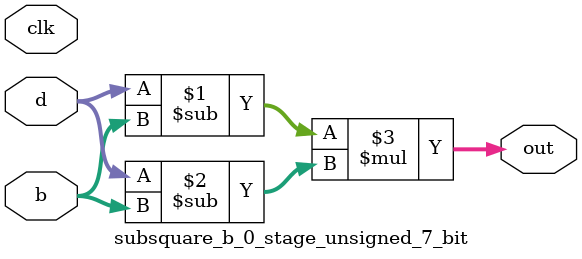
<source format=sv>
(* use_dsp = "yes" *) module subsquare_b_0_stage_unsigned_7_bit(
	input  [6:0] b,
	input  [6:0] d,
	output [6:0] out,
	input clk);

	assign out = (d - b) * (d - b);
endmodule

</source>
